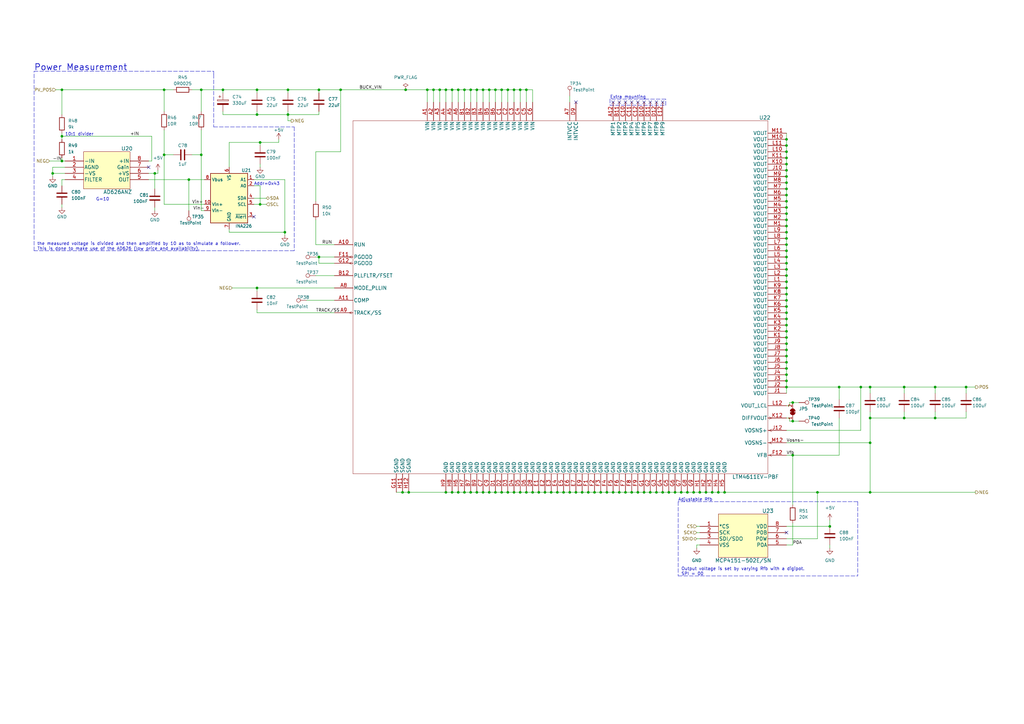
<source format=kicad_sch>
(kicad_sch (version 20211123) (generator eeschema)
  (paper "A3")
  (title_block (title "BUCK_3") (date "2023-01-31") (rev "1.0"))
  (lib_symbols
    (symbol "AD626ANZ:AD626ANZ" (pin_names (offset 0.254))
      (property "Reference" "U?" (at 39.37 10.16 0))
      (property "Value" "AD626ANZ" (at 39.37 6.35 0))
      (symbol "AD626ANZ_1_1"
        (rectangle (start 29.21 3.81) (end 48.26 -11.43) (fill (type background)))
        (pin unspecified line (at 21.59 0 0) (length 7.62) (name "-IN") (number "1"))
        (pin unspecified line (at 21.59 -2.54 0) (length 7.62) (name "AGND") (number "2"))
        (pin power_in line (at 21.59 -5.08 0) (length 7.62) (name "-VS") (number "3"))
        (pin unspecified line (at 21.59 -7.62 0) (length 7.62) (name "FILTER") (number "4"))
        (pin unspecified line (at 55.88 -7.62 180) (length 7.62) (name "OUT") (number "5"))
        (pin power_in line (at 55.88 -5.08 180) (length 7.62) (name "+VS") (number "6"))
        (pin unspecified line (at 55.88 -2.54 180) (length 7.62) (name "Gain") (number "7"))
        (pin unspecified line (at 55.88 0 180) (length 7.62) (name "+IN") (number "8"))
      )
    )
    (symbol "Analog_ADC:INA226"
      (property "Reference" "U" (at -6.35 11.43 0))
      (property "Value" "INA226" (at 3.81 11.43 0))
      (symbol "INA226_0_1"
        (rectangle (start 7.62 10.16) (end -7.62 -10.16) (stroke (width 0.254)) (fill (type background)))
      )
      (symbol "INA226_1_1"
        (pin input line (at 10.16 7.62 180) (length 2.54) (name "A1") (number "1"))
        (pin input line (at -10.16 -2.54 0) (length 2.54) (name "Vin+") (number "10"))
        (pin input line (at 10.16 5.08 180) (length 2.54) (name "A0") (number "2"))
        (pin open_collector line (at 10.16 -7.62 180) (length 2.54) (name "~{Alert}") (number "3"))
        (pin bidirectional line (at 10.16 0 180) (length 2.54) (name "SDA") (number "4"))
        (pin input line (at 10.16 -2.54 180) (length 2.54) (name "SCL") (number "5"))
        (pin power_in line (at 0 12.7 270) (length 2.54) (name "VS") (number "6"))
        (pin power_in line (at 0 -12.7 90) (length 2.54) (name "GND") (number "7"))
        (pin input line (at -10.16 7.62 0) (length 2.54) (name "Vbus") (number "8"))
        (pin input line (at -10.16 -5.08 0) (length 2.54) (name "Vin-") (number "9"))
      )
    )
    (symbol "Connector:TestPoint" (pin_numbers hide) (pin_names (offset 0.762) hide)
      (property "Reference" "TP" (at 0 6.858 0))
      (property "Value" "TestPoint" (at 0 5.08 0))
      (symbol "TestPoint_0_1"
        (circle (center 0 3.302) (radius 0.762))
      )
      (symbol "TestPoint_1_1"
        (pin passive line (at 0 0 90) (length 2.54) (name "1") (number "1"))
      )
    )
    (symbol "Device:C" (pin_numbers hide) (pin_names (offset 0.254))
      (property "Reference" "C" (at 0.635 2.54 0))
      (property "Value" "C" (at 0.635 -2.54 0))
      (symbol "C_0_1"
        (polyline (pts (xy -2.032 -0.762) (xy 2.032 -0.762)) (stroke (width 0.508)))
        (polyline (pts (xy -2.032 0.762) (xy 2.032 0.762)) (stroke (width 0.508)))
      )
      (symbol "C_1_1"
        (pin passive line (at 0 3.81 270) (length 2.794) (name "~") (number "1"))
        (pin passive line (at 0 -3.81 90) (length 2.794) (name "~") (number "2"))
      )
    )
    (symbol "Device:C_Polarized" (pin_numbers hide) (pin_names (offset 0.254))
      (property "Reference" "C" (at 0.635 2.54 0))
      (property "Value" "C_Polarized" (at 0.635 -2.54 0))
      (symbol "C_Polarized_0_1"
        (rectangle (start -2.286 0.508) (end 2.286 1.016))
        (polyline (pts (xy -1.778 2.286) (xy -0.762 2.286)))
        (polyline (pts (xy -1.27 2.794) (xy -1.27 1.778)))
        (rectangle (start 2.286 -0.508) (end -2.286 -1.016) (fill (type outline)))
      )
      (symbol "C_Polarized_1_1"
        (pin passive line (at 0 3.81 270) (length 2.794) (name "~") (number "1"))
        (pin passive line (at 0 -3.81 90) (length 2.794) (name "~") (number "2"))
      )
    )
    (symbol "Device:R" (pin_numbers hide) (pin_names (offset 0))
      (property "Reference" "R" (at 2.032 0 90))
      (property "Value" "R" (at 0 0 90))
      (symbol "R_0_1"
        (rectangle (start -1.016 -2.54) (end 1.016 2.54) (stroke (width 0.254)))
      )
      (symbol "R_1_1"
        (pin passive line (at 0 3.81 270) (length 1.27) (name "~") (number "1"))
        (pin passive line (at 0 -3.81 90) (length 1.27) (name "~") (number "2"))
      )
    )
    (symbol "Jumper:SolderJumper_2_Bridged" (pin_names (offset 0) hide)
      (property "Reference" "JP" (at 0 2.032 0))
      (property "Value" "SolderJumper_2_Bridged" (at 0 -2.54 0))
      (symbol "SolderJumper_2_Bridged_0_1"
        (rectangle (start -0.508 0.508) (end 0.508 -0.508) (fill (type outline)))
        (arc (start -0.254 1.016) (mid -1.27 0) (end -0.254 -1.016))
        (arc (start -0.254 1.016) (mid -1.27 0) (end -0.254 -1.016) (fill (type outline)))
        (polyline (pts (xy -0.254 1.016) (xy -0.254 -1.016)))
        (polyline (pts (xy 0.254 1.016) (xy 0.254 -1.016)))
        (arc (start 0.254 -1.016) (mid 1.27 0) (end 0.254 1.016))
        (arc (start 0.254 -1.016) (mid 1.27 0) (end 0.254 1.016) (fill (type outline)))
      )
      (symbol "SolderJumper_2_Bridged_1_1"
        (pin passive line (at -3.81 0 0) (length 2.54) (name "A") (number "1"))
        (pin passive line (at 3.81 0 180) (length 2.54) (name "B") (number "2"))
      )
    )
    (symbol "LTM4611EV:LTM4611EV-PBF" (pin_names (offset 0.254))
      (property "Reference" "U22" (at 176.53 52.07 0))
      (property "Value" "LTM4611EV-PBF" (at 172.72 -95.25 0))
      (symbol "LTM4611EV-PBF_1_1"
        (polyline (pts (xy 7.112 -28.448) (xy 6.0452 -27.94)) (stroke (width 0.127)))
        (polyline (pts (xy 7.112 -27.432) (xy 6.0452 -27.94)) (stroke (width 0.127)))
        (polyline (pts (xy 7.112 -8.128) (xy 6.0452 -7.62)) (stroke (width 0.127)))
        (polyline (pts (xy 7.112 -7.112) (xy 6.0452 -7.62)) (stroke (width 0.127)))
        (polyline (pts (xy 7.112 -5.588) (xy 6.0452 -5.08)) (stroke (width 0.127)))
        (polyline (pts (xy 7.112 -4.572) (xy 6.0452 -5.08)) (stroke (width 0.127)))
        (polyline (pts (xy 7.62 -93.98) (xy 177.8 -93.98)) (stroke (width 0.127)))
        (polyline (pts (xy 7.62 50.8) (xy 7.62 -93.98)) (stroke (width 0.127)))
        (polyline (pts (xy 177.8 -93.98) (xy 177.8 50.8)) (stroke (width 0.127)))
        (polyline (pts (xy 177.8 50.8) (xy 7.62 50.8)) (stroke (width 0.127)))
        (polyline (pts (xy 178.308 -86.36) (xy 179.3748 -86.868)) (stroke (width 0.127)))
        (polyline (pts (xy 178.308 -86.36) (xy 179.3748 -85.852)) (stroke (width 0.127)))
        (polyline (pts (xy 178.308 -81.28) (xy 179.3748 -81.788)) (stroke (width 0.127)))
        (polyline (pts (xy 178.308 -81.28) (xy 179.3748 -80.772)) (stroke (width 0.127)))
        (polyline (pts (xy 178.308 -76.2) (xy 179.3748 -76.708)) (stroke (width 0.127)))
        (polyline (pts (xy 178.308 -76.2) (xy 179.3748 -75.692)) (stroke (width 0.127)))
        (polyline (pts (xy 178.308 -71.628) (xy 179.3748 -71.12)) (stroke (width 0.127)))
        (polyline (pts (xy 178.308 -70.612) (xy 179.3748 -71.12)) (stroke (width 0.127)))
        (pin power_in line (at 38.1 58.42 270) (length 7.62) (name "VIN") (number "A1"))
        (pin unspecified line (at 0 0 0) (length 7.62) (name "RUN") (number "A10"))
        (pin unspecified line (at 0 -22.86 0) (length 7.62) (name "COMP") (number "A11"))
        (pin unspecified line (at 114.3 58.42 270) (length 7.62) (name "MTP1") (number "A12"))
        (pin power_in line (at 40.64 58.42 270) (length 7.62) (name "VIN") (number "A2"))
        (pin power_in line (at 43.18 58.42 270) (length 7.62) (name "VIN") (number "A3"))
        (pin power_in line (at 45.72 58.42 270) (length 7.62) (name "VIN") (number "A4"))
        (pin power_in line (at 48.26 58.42 270) (length 7.62) (name "VIN") (number "A5"))
        (pin power_in line (at 50.8 58.42 270) (length 7.62) (name "VIN") (number "A6"))
        (pin passive line (at 96.52 58.42 270) (length 7.62) (name "INTVCC") (number "A7"))
        (pin unspecified line (at 0 -17.78 0) (length 7.62) (name "MODE_PLLIN") (number "A8"))
        (pin output line (at 0 -27.94 0) (length 7.62) (name "TRACK/SS") (number "A9"))
        (pin power_in line (at 53.34 58.42 270) (length 7.62) (name "VIN") (number "B1"))
        (pin unspecified line (at 116.84 58.42 270) (length 7.62) (name "MTP2") (number "B11"))
        (pin unspecified line (at 0 -12.7 0) (length 7.62) (name "PLLFLTR/FSET") (number "B12"))
        (pin power_in line (at 55.88 58.42 270) (length 7.62) (name "VIN") (number "B2"))
        (pin power_in line (at 58.42 58.42 270) (length 7.62) (name "VIN") (number "B3"))
        (pin power_in line (at 60.96 58.42 270) (length 7.62) (name "VIN") (number "B4"))
        (pin power_in line (at 63.5 58.42 270) (length 7.62) (name "VIN") (number "B5"))
        (pin power_in line (at 66.04 58.42 270) (length 7.62) (name "VIN") (number "B6"))
        (pin power_in line (at 55.88 -101.6 90) (length 7.62) (name "GND") (number "B7"))
        (pin power_in line (at 58.42 -101.6 90) (length 7.62) (name "GND") (number "B9"))
        (pin power_in line (at 68.58 58.42 270) (length 7.62) (name "VIN") (number "C1"))
        (pin unspecified line (at 119.38 58.42 270) (length 7.62) (name "MTP3") (number "C10"))
        (pin unspecified line (at 121.92 58.42 270) (length 7.62) (name "MTP4") (number "C11"))
        (pin unspecified line (at 124.46 58.42 270) (length 7.62) (name "MTP5") (number "C12"))
        (pin power_in line (at 71.12 58.42 270) (length 7.62) (name "VIN") (number "C2"))
        (pin power_in line (at 73.66 58.42 270) (length 7.62) (name "VIN") (number "C3"))
        (pin power_in line (at 76.2 58.42 270) (length 7.62) (name "VIN") (number "C4"))
        (pin power_in line (at 78.74 58.42 270) (length 7.62) (name "VIN") (number "C5"))
        (pin power_in line (at 81.28 58.42 270) (length 7.62) (name "VIN") (number "C6"))
        (pin power_in line (at 60.96 -101.6 90) (length 7.62) (name "GND") (number "C7"))
        (pin power_in line (at 63.5 -101.6 90) (length 7.62) (name "GND") (number "C9"))
        (pin power_in line (at 66.04 -101.6 90) (length 7.62) (name "GND") (number "D1"))
        (pin unspecified line (at 127 58.42 270) (length 7.62) (name "MTP6") (number "D10"))
        (pin unspecified line (at 129.54 58.42 270) (length 7.62) (name "MTP7") (number "D11"))
        (pin unspecified line (at 132.08 58.42 270) (length 7.62) (name "MTP8") (number "D12"))
        (pin power_in line (at 68.58 -101.6 90) (length 7.62) (name "GND") (number "D2"))
        (pin power_in line (at 71.12 -101.6 90) (length 7.62) (name "GND") (number "D3"))
        (pin power_in line (at 73.66 -101.6 90) (length 7.62) (name "GND") (number "D4"))
        (pin power_in line (at 76.2 -101.6 90) (length 7.62) (name "GND") (number "D5"))
        (pin power_in line (at 78.74 -101.6 90) (length 7.62) (name "GND") (number "D6"))
        (pin power_in line (at 81.28 -101.6 90) (length 7.62) (name "GND") (number "D8"))
        (pin passive line (at 99.06 58.42 270) (length 7.62) (name "INTVCC") (number "D9"))
        (pin power_in line (at 83.82 -101.6 90) (length 7.62) (name "GND") (number "E1"))
        (pin unspecified line (at 134.62 58.42 270) (length 7.62) (name "MTP9") (number "E12"))
        (pin power_in line (at 86.36 -101.6 90) (length 7.62) (name "GND") (number "E2"))
        (pin power_in line (at 88.9 -101.6 90) (length 7.62) (name "GND") (number "E3"))
        (pin power_in line (at 91.44 -101.6 90) (length 7.62) (name "GND") (number "E4"))
        (pin power_in line (at 93.98 -101.6 90) (length 7.62) (name "GND") (number "E5"))
        (pin power_in line (at 96.52 -101.6 90) (length 7.62) (name "GND") (number "E6"))
        (pin power_in line (at 99.06 -101.6 90) (length 7.62) (name "GND") (number "E7"))
        (pin power_in line (at 101.6 -101.6 90) (length 7.62) (name "GND") (number "E9"))
        (pin power_in line (at 104.14 -101.6 90) (length 7.62) (name "GND") (number "F1"))
        (pin passive line (at 0 -5.08 0) (length 7.62) (name "PGOOD") (number "F11"))
        (pin input line (at 185.42 -86.36 180) (length 7.62) (name "VFB") (number "F12"))
        (pin power_in line (at 106.68 -101.6 90) (length 7.62) (name "GND") (number "F2"))
        (pin power_in line (at 109.22 -101.6 90) (length 7.62) (name "GND") (number "F3"))
        (pin power_in line (at 111.76 -101.6 90) (length 7.62) (name "GND") (number "F4"))
        (pin power_in line (at 114.3 -101.6 90) (length 7.62) (name "GND") (number "F5"))
        (pin power_in line (at 116.84 -101.6 90) (length 7.62) (name "GND") (number "F6"))
        (pin power_in line (at 119.38 -101.6 90) (length 7.62) (name "GND") (number "F7"))
        (pin power_in line (at 121.92 -101.6 90) (length 7.62) (name "GND") (number "F8"))
        (pin power_in line (at 124.46 -101.6 90) (length 7.62) (name "GND") (number "F9"))
        (pin power_in line (at 127 -101.6 90) (length 7.62) (name "GND") (number "G1"))
        (pin power_in line (at 25.4 -101.6 90) (length 7.62) (name "SGND") (number "G11"))
        (pin passive line (at 0 -7.62 0) (length 7.62) (name "PGOOD") (number "G12"))
        (pin power_in line (at 129.54 -101.6 90) (length 7.62) (name "GND") (number "G2"))
        (pin power_in line (at 132.08 -101.6 90) (length 7.62) (name "GND") (number "G3"))
        (pin power_in line (at 134.62 -101.6 90) (length 7.62) (name "GND") (number "G4"))
        (pin power_in line (at 137.16 -101.6 90) (length 7.62) (name "GND") (number "G5"))
        (pin power_in line (at 139.7 -101.6 90) (length 7.62) (name "GND") (number "G6"))
        (pin power_in line (at 142.24 -101.6 90) (length 7.62) (name "GND") (number "G7"))
        (pin power_in line (at 144.78 -101.6 90) (length 7.62) (name "GND") (number "G8"))
        (pin power_in line (at 147.32 -101.6 90) (length 7.62) (name "GND") (number "G9"))
        (pin power_in line (at 149.86 -101.6 90) (length 7.62) (name "GND") (number "H1"))
        (pin power_in line (at 27.94 -101.6 90) (length 7.62) (name "SGND") (number "H11"))
        (pin power_in line (at 30.48 -101.6 90) (length 7.62) (name "SGND") (number "H12"))
        (pin power_in line (at 152.4 -101.6 90) (length 7.62) (name "GND") (number "H2"))
        (pin power_in line (at 154.94 -101.6 90) (length 7.62) (name "GND") (number "H3"))
        (pin power_in line (at 157.48 -101.6 90) (length 7.62) (name "GND") (number "H4"))
        (pin power_in line (at 160.02 -101.6 90) (length 7.62) (name "GND") (number "H5"))
        (pin power_in line (at 50.8 -101.6 90) (length 7.62) (name "GND") (number "H6"))
        (pin power_in line (at 53.34 -101.6 90) (length 7.62) (name "GND") (number "H7"))
        (pin power_in line (at 48.26 -101.6 90) (length 7.62) (name "GND") (number "H8"))
        (pin power_in line (at 45.72 -101.6 90) (length 7.62) (name "GND") (number "H9"))
        (pin power_in line (at 185.42 -60.96 180) (length 7.62) (name "VOUT") (number "J1"))
        (pin power_in line (at 185.42 30.48 180) (length 7.62) (name "VOUT") (number "J10"))
        (pin input line (at 185.42 -76.2 180) (length 7.62) (name "VOSNS+") (number "J12"))
        (pin power_in line (at 185.42 -58.42 180) (length 7.62) (name "VOUT") (number "J2"))
        (pin power_in line (at 185.42 -55.88 180) (length 7.62) (name "VOUT") (number "J3"))
        (pin power_in line (at 185.42 -53.34 180) (length 7.62) (name "VOUT") (number "J4"))
        (pin power_in line (at 185.42 -50.8 180) (length 7.62) (name "VOUT") (number "J5"))
        (pin power_in line (at 185.42 -48.26 180) (length 7.62) (name "VOUT") (number "J6"))
        (pin power_in line (at 185.42 -45.72 180) (length 7.62) (name "VOUT") (number "J7"))
        (pin power_in line (at 185.42 -43.18 180) (length 7.62) (name "VOUT") (number "J8"))
        (pin power_in line (at 185.42 -40.64 180) (length 7.62) (name "VOUT") (number "J9"))
        (pin power_in line (at 185.42 -38.1 180) (length 7.62) (name "VOUT") (number "K1"))
        (pin power_in line (at 185.42 33.02 180) (length 7.62) (name "VOUT") (number "K10"))
        (pin power_in line (at 185.42 35.56 180) (length 7.62) (name "VOUT") (number "K11"))
        (pin output line (at 185.42 -71.12 180) (length 7.62) (name "DIFFVOUT") (number "K12"))
        (pin power_in line (at 185.42 -35.56 180) (length 7.62) (name "VOUT") (number "K2"))
        (pin power_in line (at 185.42 -33.02 180) (length 7.62) (name "VOUT") (number "K3"))
        (pin power_in line (at 185.42 -30.48 180) (length 7.62) (name "VOUT") (number "K4"))
        (pin power_in line (at 185.42 -27.94 180) (length 7.62) (name "VOUT") (number "K5"))
        (pin power_in line (at 185.42 -25.4 180) (length 7.62) (name "VOUT") (number "K6"))
        (pin power_in line (at 185.42 -22.86 180) (length 7.62) (name "VOUT") (number "K7"))
        (pin power_in line (at 185.42 -20.32 180) (length 7.62) (name "VOUT") (number "K8"))
        (pin power_in line (at 185.42 -17.78 180) (length 7.62) (name "VOUT") (number "K9"))
        (pin power_in line (at 185.42 -15.24 180) (length 7.62) (name "VOUT") (number "L1"))
        (pin power_in line (at 185.42 38.1 180) (length 7.62) (name "VOUT") (number "L10"))
        (pin power_in line (at 185.42 40.64 180) (length 7.62) (name "VOUT") (number "L11"))
        (pin input line (at 185.42 -66.04 180) (length 7.62) (name "VOUT_LCL") (number "L12"))
        (pin power_in line (at 185.42 -12.7 180) (length 7.62) (name "VOUT") (number "L2"))
        (pin power_in line (at 185.42 -10.16 180) (length 7.62) (name "VOUT") (number "L3"))
        (pin power_in line (at 185.42 -7.62 180) (length 7.62) (name "VOUT") (number "L4"))
        (pin power_in line (at 185.42 -5.08 180) (length 7.62) (name "VOUT") (number "L5"))
        (pin power_in line (at 185.42 -2.54 180) (length 7.62) (name "VOUT") (number "L6"))
        (pin power_in line (at 185.42 0 180) (length 7.62) (name "VOUT") (number "L7"))
        (pin power_in line (at 185.42 2.54 180) (length 7.62) (name "VOUT") (number "L8"))
        (pin power_in line (at 185.42 5.08 180) (length 7.62) (name "VOUT") (number "L9"))
        (pin power_in line (at 185.42 7.62 180) (length 7.62) (name "VOUT") (number "M1"))
        (pin power_in line (at 185.42 43.18 180) (length 7.62) (name "VOUT") (number "M10"))
        (pin power_in line (at 185.42 45.72 180) (length 7.62) (name "VOUT") (number "M11"))
        (pin input line (at 185.42 -81.28 180) (length 7.62) (name "VOSNS-") (number "M12"))
        (pin power_in line (at 185.42 10.16 180) (length 7.62) (name "VOUT") (number "M2"))
        (pin power_in line (at 185.42 12.7 180) (length 7.62) (name "VOUT") (number "M3"))
        (pin power_in line (at 185.42 15.24 180) (length 7.62) (name "VOUT") (number "M4"))
        (pin power_in line (at 185.42 17.78 180) (length 7.62) (name "VOUT") (number "M5"))
        (pin power_in line (at 185.42 20.32 180) (length 7.62) (name "VOUT") (number "M6"))
        (pin power_in line (at 185.42 22.86 180) (length 7.62) (name "VOUT") (number "M7"))
        (pin power_in line (at 185.42 25.4 180) (length 7.62) (name "VOUT") (number "M8"))
        (pin power_in line (at 185.42 27.94 180) (length 7.62) (name "VOUT") (number "M9"))
      )
    )
    (symbol "MCP4151:MCP4151-502E{slash}SN" (pin_names (offset 0.254))
      (property "Reference" "U7" (at 58.42 6.35 0))
      (property "Value" "MCP4151-502E/SN" (at 48.26 -13.97 0))
      (symbol "MCP4151-502E{slash}SN_0_1"
        (rectangle (start 38.1 5.08) (end 58.42 -12.7) (fill (type background)))
      )
      (symbol "MCP4151-502E{slash}SN_1_1"
        (pin input line (at 30.48 0 0) (length 7.62) (name "*CS") (number "1"))
        (pin input line (at 30.48 -2.54 0) (length 7.62) (name "SCK") (number "2"))
        (pin bidirectional line (at 30.48 -5.08 0) (length 7.62) (name "SDI/SDO") (number "3"))
        (pin power_in line (at 30.48 -7.62 0) (length 7.62) (name "VSS") (number "4"))
        (pin passive line (at 66.04 -7.62 180) (length 7.62) (name "P0A") (number "5"))
        (pin passive line (at 66.04 -5.08 180) (length 7.62) (name "P0W") (number "6"))
        (pin passive line (at 66.04 -2.54 180) (length 7.62) (name "P0B") (number "7"))
        (pin power_in line (at 66.04 0 180) (length 7.62) (name "VDD") (number "8"))
      )
    )
    (symbol "power:+5V" (power) (pin_names (offset 0))
      (property "Value" "+5V" (at 0 3.556 0))
      (symbol "+5V_0_1"
        (polyline (pts (xy -0.762 1.27) (xy 0 2.54)))
        (polyline (pts (xy 0 0) (xy 0 2.54)))
        (polyline (pts (xy 0 2.54) (xy 0.762 1.27)))
      )
      (symbol "+5V_1_1"
        (pin power_in line (at 0 0 90) (length 0) hide (name "+5V") (number "1"))
      )
    )
    (symbol "power:GND" (power) (pin_names (offset 0))
      (property "Value" "GND" (at 0 -3.81 0))
      (symbol "GND_0_1"
        (polyline (pts (xy 0 0) (xy 0 -1.27) (xy 1.27 -1.27) (xy 0 -2.54) (xy -1.27 -1.27) (xy 0 -1.27)))
      )
      (symbol "GND_1_1"
        (pin power_in line (at 0 0 270) (length 0) hide (name "GND") (number "1"))
      )
    )
    (symbol "power:PWR_FLAG" (power) (pin_numbers hide) (pin_names (offset 0) hide)
      (property "Value" "PWR_FLAG" (at 0 3.81 0))
      (symbol "PWR_FLAG_0_0"
        (pin power_out line (at 0 0 90) (length 0) (name "pwr") (number "1"))
      )
      (symbol "PWR_FLAG_0_1"
        (polyline (pts (xy 0 0) (xy 0 1.27) (xy -1.016 1.905) (xy 0 2.54) (xy 1.016 1.905) (xy 0 1.27)))
      )
    )
  )
  (junction (at 200.66 201.93))
  (junction (at 256.54 201.93))
  (junction (at 274.32 201.93))
  (junction (at 210.82 36.83))
  (junction (at 208.28 36.83))
  (junction (at 322.58 125.73))
  (junction (at 370.84 158.75))
  (junction (at 205.74 201.93))
  (junction (at 325.12 172.72))
  (junction (at 226.06 201.93))
  (junction (at 292.1 201.93))
  (junction (at 238.76 201.93))
  (junction (at 322.58 156.21))
  (junction (at 322.58 153.67))
  (junction (at 63.5 71.12))
  (junction (at 322.58 82.55))
  (junction (at 322.58 57.15))
  (junction (at 203.2 36.83))
  (junction (at 185.42 201.93))
  (junction (at 223.52 201.93))
  (junction (at 322.58 87.63))
  (junction (at 130.81 36.83))
  (junction (at 322.58 133.35))
  (junction (at 116.84 95.25))
  (junction (at 322.58 90.17))
  (junction (at 322.58 158.75))
  (junction (at 322.58 107.95))
  (junction (at 105.41 46.99))
  (junction (at 182.88 36.83))
  (junction (at 165.1 201.93))
  (junction (at 356.87 201.93))
  (junction (at 322.58 69.85))
  (junction (at 91.44 36.83))
  (junction (at 193.04 201.93))
  (junction (at 175.26 36.83))
  (junction (at 261.62 201.93))
  (junction (at 287.02 201.93))
  (junction (at 25.4 55.88))
  (junction (at 264.16 201.93))
  (junction (at 322.58 72.39))
  (junction (at 106.68 83.82))
  (junction (at 180.34 36.83))
  (junction (at 25.4 36.83))
  (junction (at 266.7 201.93))
  (junction (at 236.22 201.93))
  (junction (at 177.8 36.83))
  (junction (at 231.14 201.93))
  (junction (at 241.3 201.93))
  (junction (at 251.46 201.93))
  (junction (at 344.17 158.75))
  (junction (at 213.36 201.93))
  (junction (at 322.58 113.03))
  (junction (at 215.9 201.93))
  (junction (at 190.5 36.83))
  (junction (at 322.58 59.69))
  (junction (at 335.28 201.93))
  (junction (at 322.58 123.19))
  (junction (at 185.42 36.83))
  (junction (at 297.18 201.93))
  (junction (at 322.58 146.05))
  (junction (at 353.06 158.75))
  (junction (at 281.94 201.93))
  (junction (at 118.11 36.83))
  (junction (at 322.58 128.27))
  (junction (at 203.2 201.93))
  (junction (at 166.37 36.83))
  (junction (at 269.24 201.93))
  (junction (at 322.58 100.33))
  (junction (at 82.55 36.83))
  (junction (at 193.04 36.83))
  (junction (at 322.58 120.65))
  (junction (at 195.58 36.83))
  (junction (at 218.44 201.93))
  (junction (at 322.58 95.25))
  (junction (at 276.86 201.93))
  (junction (at 205.74 36.83))
  (junction (at 182.88 201.93))
  (junction (at 215.9 36.83))
  (junction (at 259.08 201.93))
  (junction (at 187.96 36.83))
  (junction (at 213.36 36.83))
  (junction (at 356.87 158.75))
  (junction (at 118.11 46.99))
  (junction (at 208.28 201.93))
  (junction (at 322.58 92.71))
  (junction (at 279.4 201.93))
  (junction (at 322.58 151.13))
  (junction (at 322.58 102.87))
  (junction (at 322.58 74.93))
  (junction (at 21.59 71.12))
  (junction (at 220.98 201.93))
  (junction (at 322.58 67.31))
  (junction (at 322.58 97.79))
  (junction (at 271.78 201.93))
  (junction (at 246.38 201.93))
  (junction (at 322.58 143.51))
  (junction (at 167.64 201.93))
  (junction (at 25.4 66.04))
  (junction (at 67.31 63.5))
  (junction (at 325.12 165.1))
  (junction (at 233.68 201.93))
  (junction (at 322.58 77.47))
  (junction (at 356.87 181.61))
  (junction (at 322.58 135.89))
  (junction (at 243.84 201.93))
  (junction (at 210.82 201.93))
  (junction (at 322.58 80.01))
  (junction (at 322.58 105.41))
  (junction (at 67.31 36.83))
  (junction (at 284.48 201.93))
  (junction (at 383.54 171.45))
  (junction (at 198.12 36.83))
  (junction (at 105.41 118.11))
  (junction (at 130.81 105.41))
  (junction (at 325.12 186.69))
  (junction (at 322.58 118.11))
  (junction (at 187.96 201.93))
  (junction (at 105.41 36.83))
  (junction (at 198.12 201.93))
  (junction (at 370.84 171.45))
  (junction (at 106.68 58.42))
  (junction (at 254 201.93))
  (junction (at 322.58 115.57))
  (junction (at 294.64 201.93))
  (junction (at 200.66 36.83))
  (junction (at 82.55 63.5))
  (junction (at 195.58 201.93))
  (junction (at 396.24 158.75))
  (junction (at 322.58 140.97))
  (junction (at 383.54 158.75))
  (junction (at 289.56 201.93))
  (junction (at 190.5 201.93))
  (junction (at 248.92 201.93))
  (junction (at 139.7 36.83))
  (junction (at 322.58 110.49))
  (junction (at 322.58 85.09))
  (junction (at 340.36 215.9))
  (junction (at 322.58 138.43))
  (junction (at 322.58 62.23))
  (junction (at 322.58 64.77))
  (junction (at 322.58 148.59))
  (junction (at 77.47 73.66))
  (junction (at 322.58 130.81))
  (junction (at 228.6 201.93))
  (junction (at 356.87 171.45))
  (no_connect (at 236.22 41.91))
  (no_connect (at 256.54 41.91))
  (no_connect (at 271.78 41.91))
  (no_connect (at 60.96 68.58))
  (no_connect (at 261.62 41.91))
  (no_connect (at 322.58 218.44))
  (no_connect (at 104.14 88.9))
  (no_connect (at 266.7 41.91))
  (no_connect (at 269.24 41.91))
  (no_connect (at 254 41.91))
  (no_connect (at 251.46 41.91))
  (no_connect (at 264.16 41.91))
  (no_connect (at 259.08 41.91))
  (wire (pts (xy 292.1 201.93) (xy 294.64 201.93)))
  (wire (pts (xy 198.12 36.83) (xy 198.12 41.91)))
  (wire (pts (xy 205.74 201.93) (xy 208.28 201.93)))
  (wire (pts (xy 322.58 100.33) (xy 322.58 97.79)))
  (wire (pts (xy 118.11 36.83) (xy 118.11 38.1)))
  (wire (pts (xy 63.5 85.09) (xy 63.5 86.36)))
  (wire (pts (xy 322.58 153.67) (xy 322.58 156.21)))
  (wire (pts (xy 177.8 36.83) (xy 177.8 41.91)))
  (wire (pts (xy 93.98 95.25) (xy 93.98 93.98)))
  (wire (pts (xy 218.44 201.93) (xy 220.98 201.93)))
  (wire (pts (xy 129.54 62.23) (xy 139.7 62.23)))
  (wire (pts (xy 198.12 201.93) (xy 200.66 201.93)))
  (wire (pts (xy 175.26 41.91) (xy 175.26 36.83)))
  (wire (pts (xy 116.84 95.25) (xy 116.84 96.52)))
  (wire (pts (xy 322.58 95.25) (xy 322.58 97.79)))
  (wire (pts (xy 322.58 115.57) (xy 322.58 118.11)))
  (wire (pts (xy 285.75 224.79) (xy 285.75 223.52)))
  (wire (pts (xy 21.59 68.58) (xy 26.67 68.58)))
  (polyline (pts (xy 278.13 236.22) (xy 351.79 236.22)))
  (wire (pts (xy 105.41 128.27) (xy 105.41 127)))
  (wire (pts (xy 106.68 58.42) (xy 93.98 58.42)))
  (polyline (pts (xy 120.65 102.87) (xy 13.97 102.87)))
  (wire (pts (xy 322.58 138.43) (xy 322.58 140.97)))
  (wire (pts (xy 322.58 223.52) (xy 325.12 223.52)))
  (wire (pts (xy 287.02 201.93) (xy 284.48 201.93)))
  (wire (pts (xy 26.67 73.66) (xy 25.4 73.66)))
  (wire (pts (xy 335.28 201.93) (xy 356.87 201.93)))
  (polyline (pts (xy 250.19 43.18) (xy 273.05 43.18)))
  (wire (pts (xy 78.74 36.83) (xy 82.55 36.83)))
  (wire (pts (xy 323.85 166.37) (xy 323.85 165.1)))
  (wire (pts (xy 105.41 36.83) (xy 118.11 36.83)))
  (wire (pts (xy 322.58 220.98) (xy 335.28 220.98)))
  (wire (pts (xy 93.98 95.25) (xy 116.84 95.25)))
  (wire (pts (xy 344.17 158.75) (xy 344.17 163.83)))
  (wire (pts (xy 83.82 83.82) (xy 67.31 83.82)))
  (wire (pts (xy 220.98 201.93) (xy 223.52 201.93)))
  (wire (pts (xy 64.77 69.85) (xy 64.77 71.12)))
  (wire (pts (xy 344.17 171.45) (xy 344.17 186.69)))
  (wire (pts (xy 208.28 201.93) (xy 210.82 201.93)))
  (wire (pts (xy 325.12 165.1) (xy 327.66 165.1)))
  (wire (pts (xy 233.68 201.93) (xy 236.22 201.93)))
  (wire (pts (xy 322.58 215.9) (xy 340.36 215.9)))
  (wire (pts (xy 67.31 36.83) (xy 67.31 45.72)))
  (wire (pts (xy 271.78 201.93) (xy 269.24 201.93)))
  (wire (pts (xy 238.76 201.93) (xy 241.3 201.93)))
  (wire (pts (xy 322.58 135.89) (xy 322.58 138.43)))
  (polyline (pts (xy 351.79 205.74) (xy 351.79 236.22)))
  (wire (pts (xy 118.11 46.99) (xy 130.81 46.99)))
  (wire (pts (xy 137.16 100.33) (xy 129.54 100.33)))
  (wire (pts (xy 285.75 220.98) (xy 287.02 220.98)))
  (wire (pts (xy 285.75 215.9) (xy 287.02 215.9)))
  (wire (pts (xy 383.54 168.91) (xy 383.54 171.45)))
  (wire (pts (xy 77.47 73.66) (xy 83.82 73.66)))
  (wire (pts (xy 223.52 201.93) (xy 226.06 201.93)))
  (wire (pts (xy 185.42 36.83) (xy 185.42 41.91)))
  (wire (pts (xy 130.81 105.41) (xy 137.16 105.41)))
  (wire (pts (xy 91.44 36.83) (xy 105.41 36.83)))
  (wire (pts (xy 383.54 158.75) (xy 383.54 161.29)))
  (wire (pts (xy 353.06 176.53) (xy 353.06 158.75)))
  (wire (pts (xy 106.68 83.82) (xy 109.22 83.82)))
  (wire (pts (xy 370.84 171.45) (xy 383.54 171.45)))
  (wire (pts (xy 322.58 62.23) (xy 322.58 64.77)))
  (wire (pts (xy 25.4 54.61) (xy 25.4 55.88)))
  (polyline (pts (xy 87.63 30.48) (xy 87.63 52.07)))
  (wire (pts (xy 210.82 36.83) (xy 210.82 41.91)))
  (polyline (pts (xy 87.63 29.21) (xy 87.63 30.48)))
  (wire (pts (xy 25.4 36.83) (xy 67.31 36.83)))
  (wire (pts (xy 274.32 201.93) (xy 276.86 201.93)))
  (wire (pts (xy 325.12 186.69) (xy 325.12 207.01)))
  (wire (pts (xy 248.92 201.93) (xy 251.46 201.93)))
  (wire (pts (xy 322.58 181.61) (xy 356.87 181.61)))
  (wire (pts (xy 322.58 158.75) (xy 322.58 161.29)))
  (wire (pts (xy 82.55 63.5) (xy 82.55 86.36)))
  (wire (pts (xy 325.12 214.63) (xy 325.12 223.52)))
  (wire (pts (xy 91.44 36.83) (xy 91.44 38.1)))
  (polyline (pts (xy 351.79 205.74) (xy 278.13 205.74)))
  (wire (pts (xy 322.58 67.31) (xy 322.58 69.85)))
  (wire (pts (xy 105.41 45.72) (xy 105.41 46.99)))
  (wire (pts (xy 383.54 158.75) (xy 396.24 158.75)))
  (wire (pts (xy 356.87 158.75) (xy 356.87 161.29)))
  (wire (pts (xy 322.58 156.21) (xy 322.58 158.75)))
  (wire (pts (xy 322.58 77.47) (xy 322.58 74.93)))
  (wire (pts (xy 129.54 82.55) (xy 129.54 62.23)))
  (wire (pts (xy 218.44 36.83) (xy 218.44 41.91)))
  (wire (pts (xy 203.2 201.93) (xy 205.74 201.93)))
  (wire (pts (xy 165.1 201.93) (xy 162.56 201.93)))
  (wire (pts (xy 322.58 113.03) (xy 322.58 110.49)))
  (wire (pts (xy 63.5 71.12) (xy 64.77 71.12)))
  (wire (pts (xy 95.25 118.11) (xy 105.41 118.11)))
  (polyline (pts (xy 250.19 40.64) (xy 250.19 43.18)))
  (wire (pts (xy 118.11 49.53) (xy 119.38 49.53)))
  (wire (pts (xy 213.36 36.83) (xy 213.36 41.91)))
  (wire (pts (xy 82.55 86.36) (xy 83.82 86.36)))
  (wire (pts (xy 195.58 36.83) (xy 195.58 41.91)))
  (wire (pts (xy 25.4 55.88) (xy 62.23 55.88)))
  (wire (pts (xy 396.24 171.45) (xy 383.54 171.45)))
  (wire (pts (xy 322.58 87.63) (xy 322.58 90.17)))
  (wire (pts (xy 77.47 73.66) (xy 77.47 86.36)))
  (wire (pts (xy 215.9 36.83) (xy 215.9 41.91)))
  (wire (pts (xy 25.4 83.82) (xy 25.4 85.09)))
  (wire (pts (xy 106.68 67.31) (xy 106.68 68.58)))
  (wire (pts (xy 116.84 73.66) (xy 116.84 95.25)))
  (wire (pts (xy 93.98 58.42) (xy 93.98 68.58)))
  (wire (pts (xy 67.31 63.5) (xy 67.31 53.34)))
  (wire (pts (xy 322.58 92.71) (xy 322.58 95.25)))
  (wire (pts (xy 322.58 120.65) (xy 322.58 123.19)))
  (wire (pts (xy 213.36 201.93) (xy 215.9 201.93)))
  (wire (pts (xy 356.87 158.75) (xy 370.84 158.75)))
  (wire (pts (xy 322.58 143.51) (xy 322.58 146.05)))
  (wire (pts (xy 82.55 53.34) (xy 82.55 63.5)))
  (wire (pts (xy 167.64 201.93) (xy 182.88 201.93)))
  (wire (pts (xy 82.55 36.83) (xy 91.44 36.83)))
  (wire (pts (xy 322.58 140.97) (xy 322.58 143.51)))
  (wire (pts (xy 322.58 128.27) (xy 322.58 130.81)))
  (wire (pts (xy 297.18 201.93) (xy 335.28 201.93)))
  (wire (pts (xy 236.22 201.93) (xy 238.76 201.93)))
  (wire (pts (xy 67.31 36.83) (xy 71.12 36.83)))
  (wire (pts (xy 106.68 58.42) (xy 114.3 58.42)))
  (wire (pts (xy 322.58 72.39) (xy 322.58 69.85)))
  (polyline (pts (xy 13.97 102.87) (xy 13.97 29.21)))
  (wire (pts (xy 370.84 158.75) (xy 383.54 158.75)))
  (wire (pts (xy 251.46 201.93) (xy 254 201.93)))
  (wire (pts (xy 118.11 36.83) (xy 130.81 36.83)))
  (wire (pts (xy 322.58 146.05) (xy 322.58 148.59)))
  (wire (pts (xy 259.08 201.93) (xy 261.62 201.93)))
  (wire (pts (xy 266.7 201.93) (xy 269.24 201.93)))
  (wire (pts (xy 396.24 168.91) (xy 396.24 171.45)))
  (wire (pts (xy 105.41 36.83) (xy 105.41 38.1)))
  (wire (pts (xy 62.23 66.04) (xy 60.96 66.04)))
  (wire (pts (xy 322.58 82.55) (xy 322.58 85.09)))
  (wire (pts (xy 67.31 63.5) (xy 71.12 63.5)))
  (wire (pts (xy 322.58 72.39) (xy 322.58 74.93)))
  (wire (pts (xy 323.85 171.45) (xy 323.85 172.72)))
  (wire (pts (xy 25.4 36.83) (xy 25.4 46.99)))
  (wire (pts (xy 356.87 168.91) (xy 356.87 171.45)))
  (wire (pts (xy 233.68 41.91) (xy 233.68 39.37)))
  (wire (pts (xy 325.12 186.69) (xy 322.58 186.69)))
  (wire (pts (xy 105.41 118.11) (xy 137.16 118.11)))
  (wire (pts (xy 130.81 45.72) (xy 130.81 46.99)))
  (wire (pts (xy 356.87 201.93) (xy 400.05 201.93)))
  (wire (pts (xy 60.96 73.66) (xy 77.47 73.66)))
  (wire (pts (xy 130.81 36.83) (xy 139.7 36.83)))
  (wire (pts (xy 264.16 201.93) (xy 266.7 201.93)))
  (wire (pts (xy 210.82 201.93) (xy 213.36 201.93)))
  (wire (pts (xy 198.12 36.83) (xy 200.66 36.83)))
  (wire (pts (xy 195.58 36.83) (xy 198.12 36.83)))
  (wire (pts (xy 322.58 102.87) (xy 322.58 105.41)))
  (wire (pts (xy 344.17 158.75) (xy 353.06 158.75)))
  (wire (pts (xy 185.42 201.93) (xy 187.96 201.93)))
  (wire (pts (xy 187.96 36.83) (xy 190.5 36.83)))
  (wire (pts (xy 322.58 176.53) (xy 353.06 176.53)))
  (wire (pts (xy 396.24 158.75) (xy 396.24 161.29)))
  (wire (pts (xy 193.04 36.83) (xy 193.04 41.91)))
  (wire (pts (xy 62.23 55.88) (xy 62.23 66.04)))
  (wire (pts (xy 322.58 100.33) (xy 322.58 102.87)))
  (wire (pts (xy 353.06 158.75) (xy 356.87 158.75)))
  (polyline (pts (xy 13.97 29.21) (xy 87.63 29.21)))
  (wire (pts (xy 215.9 201.93) (xy 218.44 201.93)))
  (wire (pts (xy 322.58 123.19) (xy 322.58 125.73)))
  (wire (pts (xy 322.58 57.15) (xy 322.58 59.69)))
  (wire (pts (xy 200.66 36.83) (xy 200.66 41.91)))
  (wire (pts (xy 203.2 36.83) (xy 205.74 36.83)))
  (wire (pts (xy 261.62 201.93) (xy 264.16 201.93)))
  (wire (pts (xy 322.58 171.45) (xy 323.85 171.45)))
  (wire (pts (xy 200.66 36.83) (xy 203.2 36.83)))
  (wire (pts (xy 322.58 133.35) (xy 322.58 135.89)))
  (wire (pts (xy 25.4 66.04) (xy 26.67 66.04)))
  (wire (pts (xy 130.81 105.41) (xy 129.54 105.41)))
  (wire (pts (xy 91.44 45.72) (xy 91.44 46.99)))
  (wire (pts (xy 118.11 45.72) (xy 118.11 46.99)))
  (wire (pts (xy 105.41 46.99) (xy 118.11 46.99)))
  (wire (pts (xy 322.58 125.73) (xy 322.58 128.27)))
  (wire (pts (xy 281.94 201.93) (xy 279.4 201.93)))
  (wire (pts (xy 322.58 62.23) (xy 322.58 59.69)))
  (wire (pts (xy 198.12 201.93) (xy 195.58 201.93)))
  (wire (pts (xy 208.28 36.83) (xy 210.82 36.83)))
  (wire (pts (xy 289.56 201.93) (xy 292.1 201.93)))
  (wire (pts (xy 190.5 36.83) (xy 193.04 36.83)))
  (wire (pts (xy 322.58 151.13) (xy 322.58 148.59)))
  (wire (pts (xy 190.5 201.93) (xy 193.04 201.93)))
  (wire (pts (xy 276.86 201.93) (xy 279.4 201.93)))
  (wire (pts (xy 297.18 201.93) (xy 294.64 201.93)))
  (wire (pts (xy 60.96 71.12) (xy 63.5 71.12)))
  (wire (pts (xy 175.26 36.83) (xy 177.8 36.83)))
  (wire (pts (xy 246.38 201.93) (xy 248.92 201.93)))
  (wire (pts (xy 130.81 107.95) (xy 130.81 105.41)))
  (wire (pts (xy 323.85 165.1) (xy 325.12 165.1)))
  (wire (pts (xy 63.5 71.12) (xy 63.5 77.47)))
  (wire (pts (xy 322.58 54.61) (xy 322.58 57.15)))
  (wire (pts (xy 370.84 158.75) (xy 370.84 161.29)))
  (wire (pts (xy 340.36 223.52) (xy 340.36 224.79)))
  (wire (pts (xy 187.96 36.83) (xy 187.96 41.91)))
  (wire (pts (xy 137.16 128.27) (xy 105.41 128.27)))
  (wire (pts (xy 25.4 64.77) (xy 25.4 66.04)))
  (wire (pts (xy 139.7 62.23) (xy 139.7 36.83)))
  (wire (pts (xy 104.14 73.66) (xy 116.84 73.66)))
  (wire (pts (xy 322.58 77.47) (xy 322.58 80.01)))
  (wire (pts (xy 25.4 55.88) (xy 25.4 57.15)))
  (wire (pts (xy 21.59 68.58) (xy 21.59 71.12)))
  (wire (pts (xy 182.88 36.83) (xy 185.42 36.83)))
  (wire (pts (xy 322.58 80.01) (xy 322.58 82.55)))
  (wire (pts (xy 284.48 201.93) (xy 281.94 201.93)))
  (wire (pts (xy 139.7 36.83) (xy 166.37 36.83)))
  (wire (pts (xy 203.2 36.83) (xy 203.2 41.91)))
  (wire (pts (xy 322.58 151.13) (xy 322.58 153.67)))
  (wire (pts (xy 193.04 36.83) (xy 195.58 36.83)))
  (wire (pts (xy 205.74 36.83) (xy 208.28 36.83)))
  (wire (pts (xy 180.34 36.83) (xy 182.88 36.83)))
  (wire (pts (xy 106.68 59.69) (xy 106.68 58.42)))
  (wire (pts (xy 285.75 223.52) (xy 287.02 223.52)))
  (wire (pts (xy 325.12 172.72) (xy 327.66 172.72)))
  (wire (pts (xy 190.5 201.93) (xy 187.96 201.93)))
  (wire (pts (xy 137.16 107.95) (xy 130.81 107.95)))
  (wire (pts (xy 323.85 172.72) (xy 325.12 172.72)))
  (wire (pts (xy 356.87 181.61) (xy 356.87 201.93)))
  (wire (pts (xy 322.58 130.81) (xy 322.58 133.35)))
  (polyline (pts (xy 273.05 40.64) (xy 250.19 40.64)))
  (wire (pts (xy 20.32 66.04) (xy 25.4 66.04)))
  (wire (pts (xy 22.86 36.83) (xy 25.4 36.83)))
  (wire (pts (xy 233.68 201.93) (xy 231.14 201.93)))
  (wire (pts (xy 193.04 201.93) (xy 195.58 201.93)))
  (wire (pts (xy 215.9 36.83) (xy 218.44 36.83)))
  (wire (pts (xy 182.88 201.93) (xy 185.42 201.93)))
  (wire (pts (xy 340.36 213.36) (xy 340.36 215.9)))
  (wire (pts (xy 78.74 63.5) (xy 82.55 63.5)))
  (wire (pts (xy 180.34 36.83) (xy 180.34 41.91)))
  (wire (pts (xy 182.88 36.83) (xy 182.88 41.91)))
  (wire (pts (xy 322.58 92.71) (xy 322.58 90.17)))
  (wire (pts (xy 322.58 105.41) (xy 322.58 107.95)))
  (wire (pts (xy 25.4 73.66) (xy 25.4 76.2)))
  (wire (pts (xy 243.84 201.93) (xy 246.38 201.93)))
  (wire (pts (xy 208.28 36.83) (xy 208.28 41.91)))
  (wire (pts (xy 67.31 83.82) (xy 67.31 63.5)))
  (wire (pts (xy 106.68 76.2) (xy 104.14 76.2)))
  (wire (pts (xy 205.74 36.83) (xy 205.74 41.91)))
  (wire (pts (xy 228.6 201.93) (xy 231.14 201.93)))
  (polyline (pts (xy 273.05 43.18) (xy 273.05 40.64)))
  (wire (pts (xy 21.59 71.12) (xy 26.67 71.12)))
  (wire (pts (xy 177.8 36.83) (xy 180.34 36.83)))
  (wire (pts (xy 210.82 36.83) (xy 213.36 36.83)))
  (wire (pts (xy 118.11 46.99) (xy 118.11 49.53)))
  (wire (pts (xy 125.73 123.19) (xy 137.16 123.19)))
  (wire (pts (xy 114.3 58.42) (xy 114.3 57.15)))
  (wire (pts (xy 285.75 218.44) (xy 287.02 218.44)))
  (wire (pts (xy 322.58 158.75) (xy 344.17 158.75)))
  (wire (pts (xy 167.64 201.93) (xy 165.1 201.93)))
  (wire (pts (xy 185.42 36.83) (xy 187.96 36.83)))
  (wire (pts (xy 322.58 85.09) (xy 322.58 87.63)))
  (wire (pts (xy 104.14 81.28) (xy 109.22 81.28)))
  (wire (pts (xy 213.36 36.83) (xy 215.9 36.83)))
  (wire (pts (xy 322.58 64.77) (xy 322.58 67.31)))
  (wire (pts (xy 256.54 201.93) (xy 259.08 201.93)))
  (wire (pts (xy 271.78 201.93) (xy 274.32 201.93)))
  (wire (pts (xy 105.41 118.11) (xy 105.41 119.38)))
  (wire (pts (xy 287.02 201.93) (xy 289.56 201.93)))
  (wire (pts (xy 82.55 36.83) (xy 82.55 45.72)))
  (wire (pts (xy 241.3 201.93) (xy 243.84 201.93)))
  (wire (pts (xy 166.37 36.83) (xy 175.26 36.83)))
  (wire (pts (xy 254 201.93) (xy 256.54 201.93)))
  (wire (pts (xy 322.58 113.03) (xy 322.58 115.57)))
  (wire (pts (xy 356.87 171.45) (xy 356.87 181.61)))
  (wire (pts (xy 396.24 158.75) (xy 400.05 158.75)))
  (wire (pts (xy 200.66 201.93) (xy 203.2 201.93)))
  (wire (pts (xy 370.84 168.91) (xy 370.84 171.45)))
  (polyline (pts (xy 278.13 205.74) (xy 278.13 236.22)))
  (wire (pts (xy 21.59 71.12) (xy 21.59 72.39)))
  (wire (pts (xy 190.5 36.83) (xy 190.5 41.91)))
  (wire (pts (xy 226.06 201.93) (xy 228.6 201.93)))
  (wire (pts (xy 129.54 90.17) (xy 129.54 100.33)))
  (wire (pts (xy 335.28 220.98) (xy 335.28 201.93)))
  (wire (pts (xy 322.58 118.11) (xy 322.58 120.65)))
  (wire (pts (xy 322.58 107.95) (xy 322.58 110.49)))
  (wire (pts (xy 129.54 113.03) (xy 137.16 113.03)))
  (wire (pts (xy 356.87 171.45) (xy 370.84 171.45)))
  (wire (pts (xy 106.68 83.82) (xy 106.68 76.2)))
  (polyline (pts (xy 120.65 52.07) (xy 120.65 102.87)))
  (polyline (pts (xy 87.63 52.07) (xy 120.65 52.07)))
  (wire (pts (xy 322.58 166.37) (xy 323.85 166.37)))
  (wire (pts (xy 91.44 46.99) (xy 105.41 46.99)))
  (wire (pts (xy 104.14 83.82) (xy 106.68 83.82)))
  (wire (pts (xy 130.81 36.83) (xy 130.81 38.1)))
  (wire (pts (xy 325.12 186.69) (xy 344.17 186.69)))
  (text "Adjustable Rfb\n" (at 278.13 205.74 0) (effects (font (size 1.27 1.27)) (justify left bottom)))
  (text "the measured voltage is divided and then amplified by 10 as to simulate a follower.\nThis is done to make use of the AD626 (low price and availability)." (at 15.24 102.87 0) (effects (font (size 1.27 1.27)) (justify left bottom)))
  (text "Extra mounting" (at 250.19 40.64 0) (effects (font (size 1.27 1.27)) (justify left bottom)))
  (text "Output voltage is set by varying Rfb with a digipot.\nSPI = 00" (at 279.4 236.22 0) (effects (font (size 1.27 1.27)) (justify left bottom)))
  (text "Addr=0x43" (at 104.14 76.2 0) (effects (font (size 1.27 1.27)) (justify left bottom)))
  (text "10:1 divider" (at 26.67 55.88 0) (effects (font (size 1.27 1.27)) (justify left bottom)))
  (text "G=10" (at 39.37 82.55 0) (effects (font (size 1.27 1.27)) (justify left bottom)))
  (text "Power Measurement\n" (at 13.97 29.21 0) (effects (font (size 2.54 2.54) (thickness 0.254) bold) (justify left bottom)))
  (label "Vosns-" (at 322.58 181.61 0))
  (label "RUN" (at 132.08 100.33 0))
  (label "Vin+" (at 78.74 83.82 0))
  (label "Vin-" (at 83.82 86.36 180))
  (label "P0A" (at 325.12 223.52 0))
  (label "BUCK_VIN" (at 147.32 36.83 0))
  (label "TRACK{slash}SS" (at 129.54 128.27 0))
  (label "-IN" (at 21.59 66.04 0))
  (label "+IN" (at 53.34 55.88 0))
  (label "Vfb" (at 322.58 186.69 0))
  (hierarchical_label "SDIO" (shape bidirectional) (at 285.75 220.98 180))
  (hierarchical_label "SCK" (shape input) (at 285.75 218.44 180))
  (hierarchical_label "PV_POS" (shape input) (at 22.86 36.83 180))
  (hierarchical_label "NEG" (shape output) (at 119.38 49.53 0))
  (hierarchical_label "NEG" (shape input) (at 20.32 66.04 180))
  (hierarchical_label "POS" (shape output) (at 400.05 158.75 0))
  (hierarchical_label "SCL" (shape input) (at 109.22 83.82 0))
  (hierarchical_label "NEG" (shape output) (at 400.05 201.93 0))
  (hierarchical_label "NEG" (shape input) (at 95.25 118.11 180))
  (hierarchical_label "CS" (shape input) (at 285.75 215.9 180))
  (hierarchical_label "SDA" (shape bidirectional) (at 109.22 81.28 0))
  (symbol (lib_id "LTM4611EV:LTM4611EV-PBF") (at 137.16 100.33 0) (unit 1)
    (property "Reference" "U22" (at 313.69 48.26 0) (effects (font (size 1.524 1.524))))
    (property "Value" "LTM4611EV-PBF" (at 309.88 195.58 0) (effects (font (size 1.524 1.524))))
    (property "Footprint" "Package_LGA:Linear_LGA-133_15.0x15.0mm_Layout12x12_P1.27mm" (effects hide))
  )
  (symbol (lib_id "Device:R") (at 67.31 49.53 0) (unit 1)
    (property "Reference" "R46" (at 68.58 48.26 0) (effects (justify left)))
    (property "Value" "10R" (at 68.58 50.8 0) (effects (justify left)))
    (property "Footprint" "Resistor_SMD:R_0805_2012Metric" (effects hide))
  )
  (symbol (lib_id "Connector:TestPoint") (at 125.73 123.19 90) (unit 1)
    (property "Reference" "TP38" (at 124.46 121.92 90))
    (property "Value" "TestPoint" (at 121.92 125.73 90))
    (property "Footprint" "TestPoint:TestPoint_Pad_D2.0mm" (effects hide))
  )
  (symbol (lib_id "Device:C") (at 396.24 165.1 0) (unit 1)
    (property "Reference" "C86" (at 398.78 163.83 0) (effects (justify left)))
    (property "Value" "100uF" (at 398.78 166.37 0) (effects (justify left)))
    (property "Footprint" "Capacitor_SMD:C_1206_3216Metric" (effects hide))
  )
  (symbol (lib_id "Device:C") (at 105.41 41.91 0) (unit 1)
    (property "Reference" "C75" (at 109.22 40.6399 0) (effects (justify left)))
    (property "Value" "22uF" (at 109.22 43.1799 0) (effects (justify left)))
    (property "Footprint" "Capacitor_SMD:C_0805_2012Metric" (effects hide))
  )
  (symbol (lib_id "Jumper:SolderJumper_2_Bridged") (at 325.12 168.91 90) (unit 1)
    (property "Reference" "JP5" (at 327.66 167.6399 90) (effects (justify right)))
    (property "Value" "SolderJumper_2_Bridged" (effects hide))
    (property "Footprint" "Jumper:SolderJumper-2_P1.3mm_Bridged_RoundedPad1.0x1.5mm" (effects hide))
  )
  (symbol (lib_id "power:+5V") (at 114.3 57.15 0) (unit 1)
    (property "Reference" "#PWR070" (effects hide))
    (property "Value" "+5V" (at 114.3 53.34 0))
  )
  (symbol (lib_id "Device:C") (at 105.41 123.19 0) (unit 1)
    (property "Reference" "C82" (at 109.22 121.9199 0) (effects (justify left)))
    (property "Value" "10nF" (at 109.22 124.4599 0) (effects (justify left)))
    (property "Footprint" "Capacitor_SMD:C_0603_1608Metric" (effects hide))
  )
  (symbol (lib_id "Connector:TestPoint") (at 77.47 86.36 180) (unit 1)
    (property "Reference" "TP35" (at 78.74 88.9 0) (effects (justify right)))
    (property "Value" "TestPoint" (at 73.66 91.44 0) (effects (justify right)))
    (property "Footprint" "TestPoint:TestPoint_Pad_D2.0mm" (effects hide))
  )
  (symbol (lib_id "Device:C") (at 370.84 165.1 0) (unit 1)
    (property "Reference" "C84" (at 373.38 163.83 0) (effects (justify left)))
    (property "Value" "100uF" (at 373.38 166.37 0) (effects (justify left)))
    (property "Footprint" "Capacitor_SMD:C_1206_3216Metric" (effects hide))
  )
  (symbol (lib_id "Device:C") (at 63.5 81.28 0) (unit 1)
    (property "Reference" "C81" (at 57.15 80.01 0) (effects (justify left)))
    (property "Value" "100nF" (at 54.61 82.55 0) (effects (justify left)))
    (property "Footprint" "Capacitor_SMD:C_0603_1608Metric" (effects hide))
  )
  (symbol (lib_id "power:GND") (at 25.4 85.09 0) (unit 1)
    (property "Reference" "#PWR074" (effects hide))
    (property "Value" "GND" (at 25.4 88.9 0))
  )
  (symbol (lib_id "MCP4151:MCP4151-502E{slash}SN") (at 256.54 215.9 0) (unit 1)
    (property "Reference" "U23" (at 314.96 209.55 0) (effects (font (size 1.524 1.524))))
    (property "Value" "MCP4151-502E/SN" (at 304.8 229.87 0) (effects (font (size 1.524 1.524))))
    (property "Footprint" "Package_SO:MSOP-8_3x3mm_P0.65mm" (effects hide))
    (property "Datasheet" "https://ww1.microchip.com/downloads/aemDocuments/documents/OTH/ProductDocuments/DataSheets/22060b.pdf" (effects hide))
  )
  (symbol (lib_id "Device:R") (at 325.12 210.82 0) (unit 1)
    (property "Reference" "R51" (at 327.66 209.5499 0) (effects (justify left)))
    (property "Value" "20K" (at 327.66 212.0899 0) (effects (justify left)))
    (property "Footprint" "Resistor_SMD:R_0805_2012Metric" (effects hide))
  )
  (symbol (lib_id "power:GND") (at 340.36 224.79 0) (unit 1)
    (property "Reference" "#PWR079" (effects hide))
    (property "Value" "GND" (at 340.36 229.87 0))
  )
  (symbol (lib_id "power:GND") (at 21.59 72.39 0) (unit 1)
    (property "Reference" "#PWR073" (effects hide))
    (property "Value" "GND" (at 21.59 76.2 0))
  )
  (symbol (lib_id "Connector:TestPoint") (at 327.66 172.72 270) (unit 1)
    (property "Reference" "TP40" (at 331.47 171.45 90) (effects (justify left)))
    (property "Value" "TestPoint" (at 332.74 173.99 90) (effects (justify left)))
    (property "Footprint" "TestPoint:TestPoint_Pad_D2.0mm" (effects hide))
  )
  (symbol (lib_id "Connector:TestPoint") (at 327.66 165.1 270) (unit 1)
    (property "Reference" "TP39" (at 331.47 163.83 90) (effects (justify left)))
    (property "Value" "TestPoint" (at 332.74 166.37 90) (effects (justify left)))
    (property "Footprint" "TestPoint:TestPoint_Pad_D2.0mm" (effects hide))
  )
  (symbol (lib_id "Device:C") (at 106.68 63.5 0) (unit 1)
    (property "Reference" "C79" (at 109.22 62.23 0) (effects (justify left)))
    (property "Value" "100nF" (at 109.22 64.77 0) (effects (justify left)))
    (property "Footprint" "Capacitor_SMD:C_0603_1608Metric" (effects hide))
  )
  (symbol (lib_id "Device:C") (at 340.36 219.71 0) (unit 1)
    (property "Reference" "C88" (at 344.17 218.4399 0) (effects (justify left)))
    (property "Value" "100nF" (at 344.17 220.9799 0) (effects (justify left)))
    (property "Footprint" "Capacitor_SMD:C_0603_1608Metric" (effects hide))
  )
  (symbol (lib_id "Device:C") (at 118.11 41.91 0) (unit 1)
    (property "Reference" "C76" (at 121.92 40.6399 0) (effects (justify left)))
    (property "Value" "22uF" (at 121.92 43.1799 0) (effects (justify left)))
    (property "Footprint" "Capacitor_SMD:C_0805_2012Metric" (effects hide))
  )
  (symbol (lib_id "Device:C") (at 344.17 167.64 0) (unit 1)
    (property "Reference" "C87" (at 346.71 166.37 0) (effects (justify left)))
    (property "Value" "100pF" (at 346.71 168.91 0) (effects (justify left)))
    (property "Footprint" "Capacitor_SMD:C_0603_1608Metric" (effects hide))
  )
  (symbol (lib_id "power:PWR_FLAG") (at 166.37 36.83 0) (unit 1)
    (property "Reference" "#FLG017" (effects hide))
    (property "Value" "PWR_FLAG" (at 166.37 31.75 0))
  )
  (symbol (lib_id "Device:R") (at 25.4 60.96 0) (unit 1)
    (property "Reference" "R49" (at 27.94 59.6899 0) (effects (justify left)))
    (property "Value" "1k" (at 27.94 62.2299 0) (effects (justify left)))
    (property "Footprint" "Resistor_SMD:R_0805_2012Metric" (effects hide))
  )
  (symbol (lib_id "AD626ANZ:AD626ANZ") (at 5.08 66.04 0) (unit 1)
    (property "Reference" "U20" (at 52.07 60.96 0) (effects (font (size 1.524 1.524))))
    (property "Value" "AD626ANZ" (at 48.26 78.74 0) (effects (font (size 1.524 1.524))))
    (property "Footprint" "Package_DIP:DIP-8_W7.62mm_Socket_LongPads" (effects hide))
  )
  (symbol (lib_id "Device:C") (at 356.87 165.1 0) (unit 1)
    (property "Reference" "C83" (at 359.41 163.83 0) (effects (justify left)))
    (property "Value" "100uF" (at 359.41 166.37 0) (effects (justify left)))
    (property "Footprint" "Capacitor_SMD:C_1206_3216Metric" (effects hide))
  )
  (symbol (lib_id "Device:R") (at 25.4 50.8 0) (unit 1)
    (property "Reference" "R48" (at 27.94 49.5299 0) (effects (justify left)))
    (property "Value" "9k" (at 27.94 52.0699 0) (effects (justify left)))
    (property "Footprint" "Resistor_SMD:R_0805_2012Metric" (effects hide))
    (property "Datasheet" "https://www.yageo.com/upload/media/product/productsearch/datasheet/rchip/PYu-RT_1-to-0.01_RoHS_L_13.pdf" (effects hide))
  )
  (symbol (lib_id "Connector:TestPoint") (at 129.54 105.41 90) (unit 1)
    (property "Reference" "TP36" (at 128.27 104.14 90))
    (property "Value" "TestPoint" (at 125.73 107.95 90))
    (property "Footprint" "TestPoint:TestPoint_Pad_D2.0mm" (effects hide))
  )
  (symbol (lib_id "Device:C") (at 383.54 165.1 0) (unit 1)
    (property "Reference" "C85" (at 386.08 163.83 0) (effects (justify left)))
    (property "Value" "100uF" (at 386.08 166.37 0) (effects (justify left)))
    (property "Footprint" "Capacitor_SMD:C_1206_3216Metric" (effects hide))
  )
  (symbol (lib_id "power:GND") (at 106.68 68.58 0) (unit 1)
    (property "Reference" "#PWR071" (effects hide))
    (property "Value" "GND" (at 106.68 72.39 0))
  )
  (symbol (lib_id "power:+5V") (at 340.36 213.36 0) (unit 1)
    (property "Reference" "#PWR077" (effects hide))
    (property "Value" "+5V" (at 340.36 208.28 0))
  )
  (symbol (lib_id "Device:C") (at 25.4 80.01 0) (unit 1)
    (property "Reference" "C80" (at 29.21 78.7399 0) (effects (justify left)))
    (property "Value" "100nF" (at 29.21 81.2799 0) (effects (justify left)))
    (property "Footprint" "Capacitor_SMD:C_0603_1608Metric" (effects hide))
  )
  (symbol (lib_id "Device:R") (at 74.93 36.83 90) (unit 1)
    (property "Reference" "R45" (at 74.93 31.75 90))
    (property "Value" "0R0025" (at 74.93 34.29 90))
    (property "Footprint" "Resistor_SMD:R_1206_3216Metric" (effects hide))
  )
  (symbol (lib_id "Connector:TestPoint") (at 233.68 39.37 0) (unit 1)
    (property "Reference" "TP34" (at 233.68 34.29 0) (effects (justify left)))
    (property "Value" "TestPoint" (at 234.95 36.83 0) (effects (justify left)))
    (property "Footprint" "TestPoint:TestPoint_Pad_D2.0mm" (effects hide))
  )
  (symbol (lib_id "power:+5V") (at 64.77 69.85 0) (unit 1)
    (property "Reference" "#PWR072" (effects hide))
    (property "Value" "+5V" (at 64.77 64.77 0))
  )
  (symbol (lib_id "Device:C") (at 130.81 41.91 0) (unit 1)
    (property "Reference" "C77" (at 134.62 40.6399 0) (effects (justify left)))
    (property "Value" "22uF" (at 134.62 43.1799 0) (effects (justify left)))
    (property "Footprint" "Capacitor_SMD:C_0805_2012Metric" (effects hide))
  )
  (symbol (lib_id "power:GND") (at 285.75 224.79 0) (unit 1)
    (property "Reference" "#PWR078" (effects hide))
    (property "Value" "GND" (at 285.75 229.87 0))
  )
  (symbol (lib_id "Device:R") (at 129.54 86.36 0) (unit 1)
    (property "Reference" "R50" (at 132.08 85.0899 0) (effects (justify left)))
    (property "Value" "10k" (at 132.08 87.6299 0) (effects (justify left)))
    (property "Footprint" "Resistor_SMD:R_0805_2012Metric" (effects hide))
  )
  (symbol (lib_id "power:GND") (at 63.5 86.36 0) (unit 1)
    (property "Reference" "#PWR075" (effects hide))
    (property "Value" "GND" (at 63.5 90.17 0))
  )
  (symbol (lib_id "Device:C") (at 74.93 63.5 90) (unit 1)
    (property "Reference" "C78" (at 74.93 59.69 90))
    (property "Value" "1uF" (at 74.93 67.31 90))
    (property "Footprint" "Capacitor_SMD:C_0603_1608Metric" (effects hide))
  )
  (symbol (lib_id "Connector:TestPoint") (at 129.54 113.03 90) (unit 1)
    (property "Reference" "TP37" (at 128.27 111.76 90))
    (property "Value" "TestPoint" (at 125.73 115.57 90))
    (property "Footprint" "TestPoint:TestPoint_Pad_D2.0mm" (effects hide))
  )
  (symbol (lib_id "Device:R") (at 82.55 49.53 0) (unit 1)
    (property "Reference" "R47" (at 78.74 48.26 0) (effects (justify left)))
    (property "Value" "10R" (at 77.47 50.8 0) (effects (justify left)))
    (property "Footprint" "Resistor_SMD:R_0805_2012Metric" (effects hide))
  )
  (symbol (lib_id "Device:C_Polarized") (at 91.44 41.91 0) (unit 1)
    (property "Reference" "C74" (at 95.25 39.7509 0) (effects (justify left)))
    (property "Value" "330uF" (at 95.25 42.2909 0) (effects (justify left)))
    (property "Footprint" "Capacitor_SMD:CP_Elec_8x6.9" (effects hide))
  )
  (symbol (lib_id "power:GND") (at 116.84 96.52 0) (unit 1)
    (property "Reference" "#PWR076" (effects hide))
    (property "Value" "GND" (at 116.84 100.33 0))
  )
  (symbol (lib_id "Analog_ADC:INA226") (at 93.98 81.28 0) (unit 1)
    (property "Reference" "U21" (at 99.06 69.85 0) (effects (justify left)))
    (property "Value" "INA226" (at 96.52 92.71 0) (effects (justify left)))
    (property "Footprint" "Package_SO:VSSOP-10_3x3mm_P0.5mm" (effects hide))
    (property "Datasheet" "http://www.ti.com/lit/ds/symlink/ina226.pdf" (effects hide))
  )
)
</source>
